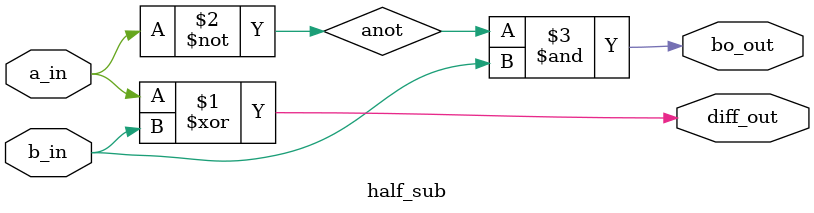
<source format=v>
`timescale 1ns / 1ps


module half_sub(

input a_in,
input b_in,
output diff_out,
output bo_out

    );
    
assign diff_out = a_in ^ b_in;
assign anot= ~a_in;
assign bo_out = anot & b_in;  
endmodule

</source>
